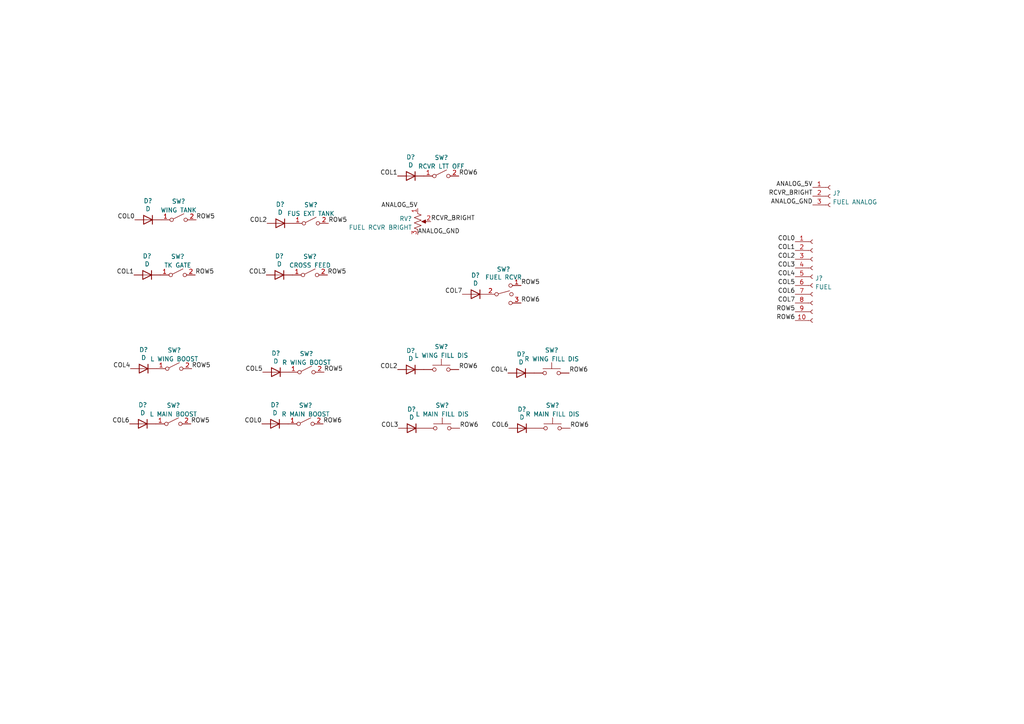
<source format=kicad_sch>
(kicad_sch (version 20211123) (generator eeschema)
  (paper "A4")
  (lib_symbols
    (symbol "Connector:Conn_01x03_Female" (pin_names (offset 1.016) hide)
      (property "Reference" "J" (at 0 5.08 0))
      (property "Value" "Conn_01x03_Female" (at 0 -5.08 0))
      (symbol "Conn_01x03_Female_1_1"
        (arc (start 0 -2.032) (mid -0.508 -2.54) (end 0 -3.048) (stroke (width 0.1524)))
        (polyline (pts (xy -1.27 -2.54) (xy -0.508 -2.54)) (stroke (width 0.1524)))
        (polyline (pts (xy -1.27 0) (xy -0.508 0)) (stroke (width 0.1524)))
        (polyline (pts (xy -1.27 2.54) (xy -0.508 2.54)) (stroke (width 0.1524)))
        (arc (start 0 0.508) (mid -0.508 0) (end 0 -0.508) (stroke (width 0.1524)))
        (arc (start 0 3.048) (mid -0.508 2.54) (end 0 2.032) (stroke (width 0.1524)))
        (pin passive line (at -5.08 2.54 0) (length 3.81) (name "Pin_1") (number "1"))
        (pin passive line (at -5.08 0 0) (length 3.81) (name "Pin_2") (number "2"))
        (pin passive line (at -5.08 -2.54 0) (length 3.81) (name "Pin_3") (number "3"))
      )
    )
    (symbol "Connector:Conn_01x10_Female" (pin_names (offset 1.016) hide)
      (property "Reference" "J" (at 0 12.7 0))
      (property "Value" "Conn_01x10_Female" (at 0 -15.24 0))
      (symbol "Conn_01x10_Female_1_1"
        (arc (start 0 -12.192) (mid -0.508 -12.7) (end 0 -13.208) (stroke (width 0.1524)))
        (arc (start 0 -9.652) (mid -0.508 -10.16) (end 0 -10.668) (stroke (width 0.1524)))
        (arc (start 0 -7.112) (mid -0.508 -7.62) (end 0 -8.128) (stroke (width 0.1524)))
        (arc (start 0 -4.572) (mid -0.508 -5.08) (end 0 -5.588) (stroke (width 0.1524)))
        (arc (start 0 -2.032) (mid -0.508 -2.54) (end 0 -3.048) (stroke (width 0.1524)))
        (polyline (pts (xy -1.27 -12.7) (xy -0.508 -12.7)) (stroke (width 0.1524)))
        (polyline (pts (xy -1.27 -10.16) (xy -0.508 -10.16)) (stroke (width 0.1524)))
        (polyline (pts (xy -1.27 -7.62) (xy -0.508 -7.62)) (stroke (width 0.1524)))
        (polyline (pts (xy -1.27 -5.08) (xy -0.508 -5.08)) (stroke (width 0.1524)))
        (polyline (pts (xy -1.27 -2.54) (xy -0.508 -2.54)) (stroke (width 0.1524)))
        (polyline (pts (xy -1.27 0) (xy -0.508 0)) (stroke (width 0.1524)))
        (polyline (pts (xy -1.27 2.54) (xy -0.508 2.54)) (stroke (width 0.1524)))
        (polyline (pts (xy -1.27 5.08) (xy -0.508 5.08)) (stroke (width 0.1524)))
        (polyline (pts (xy -1.27 7.62) (xy -0.508 7.62)) (stroke (width 0.1524)))
        (polyline (pts (xy -1.27 10.16) (xy -0.508 10.16)) (stroke (width 0.1524)))
        (arc (start 0 0.508) (mid -0.508 0) (end 0 -0.508) (stroke (width 0.1524)))
        (arc (start 0 3.048) (mid -0.508 2.54) (end 0 2.032) (stroke (width 0.1524)))
        (arc (start 0 5.588) (mid -0.508 5.08) (end 0 4.572) (stroke (width 0.1524)))
        (arc (start 0 8.128) (mid -0.508 7.62) (end 0 7.112) (stroke (width 0.1524)))
        (arc (start 0 10.668) (mid -0.508 10.16) (end 0 9.652) (stroke (width 0.1524)))
        (pin passive line (at -5.08 10.16 0) (length 3.81) (name "Pin_1") (number "1"))
        (pin passive line (at -5.08 -12.7 0) (length 3.81) (name "Pin_10") (number "10"))
        (pin passive line (at -5.08 7.62 0) (length 3.81) (name "Pin_2") (number "2"))
        (pin passive line (at -5.08 5.08 0) (length 3.81) (name "Pin_3") (number "3"))
        (pin passive line (at -5.08 2.54 0) (length 3.81) (name "Pin_4") (number "4"))
        (pin passive line (at -5.08 0 0) (length 3.81) (name "Pin_5") (number "5"))
        (pin passive line (at -5.08 -2.54 0) (length 3.81) (name "Pin_6") (number "6"))
        (pin passive line (at -5.08 -5.08 0) (length 3.81) (name "Pin_7") (number "7"))
        (pin passive line (at -5.08 -7.62 0) (length 3.81) (name "Pin_8") (number "8"))
        (pin passive line (at -5.08 -10.16 0) (length 3.81) (name "Pin_9") (number "9"))
      )
    )
    (symbol "Device:D" (pin_numbers hide) (pin_names (offset 1.016) hide)
      (property "Reference" "D" (at 0 2.54 0))
      (property "Value" "D" (at 0 -2.54 0))
      (symbol "D_0_1"
        (polyline (pts (xy -1.27 1.27) (xy -1.27 -1.27)) (stroke (width 0.254)))
        (polyline (pts (xy 1.27 0) (xy -1.27 0)))
        (polyline (pts (xy 1.27 1.27) (xy 1.27 -1.27) (xy -1.27 0) (xy 1.27 1.27)) (stroke (width 0.254)))
      )
      (symbol "D_1_1"
        (pin passive line (at -3.81 0 0) (length 2.54) (name "K") (number "1"))
        (pin passive line (at 3.81 0 180) (length 2.54) (name "A") (number "2"))
      )
    )
    (symbol "Device:R_Potentiometer_US" (pin_names (offset 1.016) hide)
      (property "Reference" "RV" (at -4.445 0 90))
      (property "Value" "R_Potentiometer_US" (at -2.54 0 90))
      (symbol "R_Potentiometer_US_0_1"
        (polyline (pts (xy 0 -2.286) (xy 0 -2.54)))
        (polyline (pts (xy 0 2.54) (xy 0 2.286)))
        (polyline (pts (xy 2.54 0) (xy 1.524 0)))
        (polyline (pts (xy 1.143 0) (xy 2.286 0.508) (xy 2.286 -0.508) (xy 1.143 0)) (fill (type outline)))
        (polyline (pts (xy 0 -0.762) (xy 1.016 -1.143) (xy 0 -1.524) (xy -1.016 -1.905) (xy 0 -2.286)))
        (polyline (pts (xy 0 0.762) (xy 1.016 0.381) (xy 0 0) (xy -1.016 -0.381) (xy 0 -0.762)))
        (polyline (pts (xy 0 2.286) (xy 1.016 1.905) (xy 0 1.524) (xy -1.016 1.143) (xy 0 0.762)))
      )
      (symbol "R_Potentiometer_US_1_1"
        (pin passive line (at 0 3.81 270) (length 1.27) (name "1") (number "1"))
        (pin passive line (at 3.81 0 180) (length 1.27) (name "2") (number "2"))
        (pin passive line (at 0 -3.81 90) (length 1.27) (name "3") (number "3"))
      )
    )
    (symbol "Switch:SW_Push" (pin_numbers hide) (pin_names (offset 1.016) hide)
      (property "Reference" "SW" (at 1.27 2.54 0))
      (property "Value" "SW_Push" (at 0 -1.524 0))
      (symbol "SW_Push_0_1"
        (circle (center -2.032 0) (radius 0.508))
        (polyline (pts (xy 0 1.27) (xy 0 3.048)))
        (polyline (pts (xy 2.54 1.27) (xy -2.54 1.27)))
        (circle (center 2.032 0) (radius 0.508))
        (pin passive line (at -5.08 0 0) (length 2.54) (name "1") (number "1"))
        (pin passive line (at 5.08 0 180) (length 2.54) (name "2") (number "2"))
      )
    )
    (symbol "Switch:SW_SPDT_MSM" (pin_names (offset 0) hide)
      (property "Reference" "SW" (at 0 5.08 0))
      (property "Value" "SW_SPDT_MSM" (at 0 -5.08 0))
      (symbol "SW_SPDT_MSM_0_0"
        (circle (center -2.032 0) (radius 0.508))
        (polyline (pts (xy -1.524 0.127) (xy 1.778 1.016)))
        (circle (center 2.032 -2.54) (radius 0.508))
      )
      (symbol "SW_SPDT_MSM_0_1"
        (circle (center 2.032 2.54) (radius 0.508))
        (circle (center 2.286 0) (radius 0.508))
      )
      (symbol "SW_SPDT_MSM_1_1"
        (pin passive line (at 5.08 2.54 180) (length 2.54) (name "1") (number "1"))
        (pin passive line (at -5.08 0 0) (length 2.54) (name "2") (number "2"))
        (pin passive line (at 5.08 -2.54 180) (length 2.54) (name "3") (number "3"))
      )
    )
    (symbol "Switch:SW_SPST" (pin_names (offset 0) hide)
      (property "Reference" "SW" (at 0 3.175 0))
      (property "Value" "SW_SPST" (at 0 -2.54 0))
      (symbol "SW_SPST_0_0"
        (circle (center -2.032 0) (radius 0.508))
        (polyline (pts (xy -1.524 0.254) (xy 1.524 1.778)))
        (circle (center 2.032 0) (radius 0.508))
      )
      (symbol "SW_SPST_1_1"
        (pin passive line (at -5.08 0 0) (length 2.54) (name "A") (number "1"))
        (pin passive line (at 5.08 0 180) (length 2.54) (name "B") (number "2"))
      )
    )
  )
  (wire (pts (xy 141.732 85.344) (xy 140.97 85.344)))
  (label "COL6" (at 230.632 85.344 180))
  (label "COL0" (at 39.116 63.754 180))
  (label "COL2" (at 115.316 107.188 180))
  (label "ANALOG_5V" (at 121.158 60.452 180))
  (label "COL3" (at 115.57 124.206 180))
  (label "RCVR_BRIGHT" (at 124.968 64.262 0))
  (label "COL7" (at 134.112 85.344 180))
  (label "ROW5" (at 151.13 82.804 0))
  (label "ANALOG_GND" (at 121.158 68.072 0))
  (label "ROW5" (at 93.98 107.95 0))
  (label "ROW5" (at 94.996 79.756 0))
  (label "COL1" (at 38.862 79.756 180))
  (label "ROW6" (at 93.726 122.936 0))
  (label "ROW5" (at 55.372 122.936 0))
  (label "RCVR_BRIGHT" (at 235.712 56.896 180))
  (label "COL1" (at 230.632 72.644 180))
  (label "ANALOG_5V" (at 235.712 54.356 180))
  (label "ROW5" (at 56.896 63.754 0))
  (label "ROW5" (at 95.25 64.77 0))
  (label "ROW5" (at 56.642 79.756 0))
  (label "COL2" (at 77.47 64.77 180))
  (label "COL1" (at 115.316 51.054 180))
  (label "ROW6" (at 165.1 108.204 0))
  (label "COL7" (at 230.632 87.884 180))
  (label "COL2" (at 230.632 75.184 180))
  (label "COL5" (at 230.632 82.804 180))
  (label "COL0" (at 230.632 70.104 180))
  (label "COL0" (at 75.946 122.936 180))
  (label "COL3" (at 230.632 77.724 180))
  (label "ROW6" (at 165.354 124.206 0))
  (label "COL5" (at 76.2 107.95 180))
  (label "COL3" (at 77.216 79.756 180))
  (label "COL6" (at 37.592 122.936 180))
  (label "COL6" (at 147.574 124.206 180))
  (label "ROW6" (at 133.35 124.206 0))
  (label "ANALOG_GND" (at 235.712 59.436 180))
  (label "ROW6" (at 133.096 107.188 0))
  (label "ROW6" (at 133.096 51.054 0))
  (label "ROW5" (at 55.626 106.934 0))
  (label "ROW6" (at 230.632 92.964 180))
  (label "ROW6" (at 151.13 87.884 0))
  (label "COL4" (at 230.632 80.264 180))
  (label "COL4" (at 147.32 108.204 180))
  (label "ROW5" (at 230.632 90.424 180))
  (label "COL4" (at 37.846 106.934 180))
  (symbol (lib_id "Switch:SW_SPST") (at 88.646 122.936 0) (unit 1)
    (property "Reference" "SW?" (at 88.646 117.5852 0))
    (property "Value" "R MAIN BOOST" (at 88.646 120.1221 0))
  )
  (symbol (lib_id "Switch:SW_SPST") (at 128.016 51.054 0) (unit 1)
    (property "Reference" "SW?" (at 128.016 45.7032 0))
    (property "Value" "RCVR LTT OFF" (at 128.016 48.2401 0))
  )
  (symbol (lib_id "Device:D") (at 41.402 122.936 0) (mirror y) (unit 1)
    (property "Reference" "D?" (at 41.402 117.4496 0))
    (property "Value" "D" (at 41.402 119.761 0))
    (property "Footprint" "PT_Library_v001:D_Signal_P7.62mm_Horizontal" (effects hide))
  )
  (symbol (lib_id "Switch:SW_Push") (at 128.27 124.206 0) (unit 1)
    (property "Reference" "SW?" (at 128.27 117.5852 0))
    (property "Value" "L MAIN FILL DIS" (at 128.27 120.1221 0))
  )
  (symbol (lib_id "Switch:SW_Push") (at 160.02 108.204 0) (unit 1)
    (property "Reference" "SW?" (at 160.02 101.5832 0))
    (property "Value" "R WING FILL DIS" (at 160.02 104.1201 0))
  )
  (symbol (lib_id "Switch:SW_Push") (at 160.274 124.206 0) (unit 1)
    (property "Reference" "SW?" (at 160.274 117.5852 0))
    (property "Value" "R MAIN FILL DIS" (at 160.274 120.1221 0))
  )
  (symbol (lib_id "Switch:SW_SPST") (at 50.292 122.936 0) (unit 1)
    (property "Reference" "SW?" (at 50.292 117.5852 0))
    (property "Value" "L MAIN BOOST" (at 50.292 120.1221 0))
  )
  (symbol (lib_id "Device:D") (at 119.126 107.188 0) (mirror y) (unit 1)
    (property "Reference" "D?" (at 119.126 101.7016 0))
    (property "Value" "D" (at 119.126 104.013 0))
    (property "Footprint" "PT_Library_v001:D_Signal_P7.62mm_Horizontal" (effects hide))
  )
  (symbol (lib_id "Device:R_Potentiometer_US") (at 121.158 64.262 0) (unit 1)
    (property "Reference" "RV?" (at 119.5071 63.4273 0) (effects (justify right)))
    (property "Value" "FUEL RCVR BRIGHT" (at 119.5071 65.9642 0) (effects (justify right)))
  )
  (symbol (lib_id "Device:D") (at 41.656 106.934 0) (mirror y) (unit 1)
    (property "Reference" "D?" (at 41.656 101.4476 0))
    (property "Value" "D" (at 41.656 103.759 0))
    (property "Footprint" "PT_Library_v001:D_Signal_P7.62mm_Horizontal" (effects hide))
  )
  (symbol (lib_id "Switch:SW_SPST") (at 89.916 79.756 0) (unit 1)
    (property "Reference" "SW?" (at 89.916 74.4052 0))
    (property "Value" "CROSS FEED" (at 89.916 76.9421 0))
  )
  (symbol (lib_id "Switch:SW_SPST") (at 88.9 107.95 0) (unit 1)
    (property "Reference" "SW?" (at 88.9 102.5992 0))
    (property "Value" "R WING BOOST" (at 88.9 105.1361 0))
  )
  (symbol (lib_id "Switch:SW_SPST") (at 51.562 79.756 0) (unit 1)
    (property "Reference" "SW?" (at 51.562 74.4052 0))
    (property "Value" "TK GATE" (at 51.562 76.9421 0))
  )
  (symbol (lib_id "Connector:Conn_01x10_Female") (at 235.712 80.264 0) (unit 1)
    (property "Reference" "J?" (at 236.4232 80.6993 0) (effects (justify left)))
    (property "Value" "FUEL" (at 236.4232 83.2362 0) (effects (justify left)))
  )
  (symbol (lib_id "Device:D") (at 81.026 79.756 0) (mirror y) (unit 1)
    (property "Reference" "D?" (at 81.026 74.2696 0))
    (property "Value" "D" (at 81.026 76.581 0))
    (property "Footprint" "PT_Library_v001:D_Signal_P7.62mm_Horizontal" (effects hide))
  )
  (symbol (lib_id "Switch:SW_SPST") (at 50.546 106.934 0) (unit 1)
    (property "Reference" "SW?" (at 50.546 101.5832 0))
    (property "Value" "L WING BOOST" (at 50.546 104.1201 0))
  )
  (symbol (lib_id "Device:D") (at 42.672 79.756 0) (mirror y) (unit 1)
    (property "Reference" "D?" (at 42.672 74.2696 0))
    (property "Value" "D" (at 42.672 76.581 0))
    (property "Footprint" "PT_Library_v001:D_Signal_P7.62mm_Horizontal" (effects hide))
  )
  (symbol (lib_id "Device:D") (at 119.126 51.054 0) (mirror y) (unit 1)
    (property "Reference" "D?" (at 119.126 45.5676 0))
    (property "Value" "D" (at 119.126 47.879 0))
    (property "Footprint" "PT_Library_v001:D_Signal_P7.62mm_Horizontal" (effects hide))
  )
  (symbol (lib_id "Device:D") (at 151.13 108.204 0) (mirror y) (unit 1)
    (property "Reference" "D?" (at 151.13 102.7176 0))
    (property "Value" "D" (at 151.13 105.029 0))
    (property "Footprint" "PT_Library_v001:D_Signal_P7.62mm_Horizontal" (effects hide))
  )
  (symbol (lib_id "Switch:SW_SPST") (at 51.816 63.754 0) (unit 1)
    (property "Reference" "SW?" (at 51.816 58.4032 0))
    (property "Value" "WING TANK" (at 51.816 60.9401 0))
  )
  (symbol (lib_id "Device:D") (at 119.38 124.206 0) (mirror y) (unit 1)
    (property "Reference" "D?" (at 119.38 118.7196 0))
    (property "Value" "D" (at 119.38 121.031 0))
    (property "Footprint" "PT_Library_v001:D_Signal_P7.62mm_Horizontal" (effects hide))
  )
  (symbol (lib_id "Device:D") (at 80.01 107.95 0) (mirror y) (unit 1)
    (property "Reference" "D?" (at 80.01 102.4636 0))
    (property "Value" "D" (at 80.01 104.775 0))
    (property "Footprint" "PT_Library_v001:D_Signal_P7.62mm_Horizontal" (effects hide))
  )
  (symbol (lib_id "Connector:Conn_01x03_Female") (at 240.792 56.896 0) (unit 1)
    (property "Reference" "J?" (at 241.5032 56.0613 0) (effects (justify left)))
    (property "Value" "FUEL ANALOG" (at 241.5032 58.5982 0) (effects (justify left)))
  )
  (symbol (lib_id "Device:D") (at 151.384 124.206 0) (mirror y) (unit 1)
    (property "Reference" "D?" (at 151.384 118.7196 0))
    (property "Value" "D" (at 151.384 121.031 0))
    (property "Footprint" "PT_Library_v001:D_Signal_P7.62mm_Horizontal" (effects hide))
  )
  (symbol (lib_id "Device:D") (at 81.28 64.77 0) (mirror y) (unit 1)
    (property "Reference" "D?" (at 81.28 59.2836 0))
    (property "Value" "D" (at 81.28 61.595 0))
    (property "Footprint" "PT_Library_v001:D_Signal_P7.62mm_Horizontal" (effects hide))
  )
  (symbol (lib_id "Device:D") (at 42.926 63.754 0) (mirror y) (unit 1)
    (property "Reference" "D?" (at 42.926 58.2676 0))
    (property "Value" "D" (at 42.926 60.579 0))
    (property "Footprint" "PT_Library_v001:D_Signal_P7.62mm_Horizontal" (effects hide))
  )
  (symbol (lib_id "Device:D") (at 137.922 85.344 0) (mirror y) (unit 1)
    (property "Reference" "D?" (at 137.922 79.8576 0))
    (property "Value" "D" (at 137.922 82.169 0))
    (property "Footprint" "PT_Library_v001:D_Signal_P7.62mm_Horizontal" (effects hide))
  )
  (symbol (lib_id "Switch:SW_SPDT_MSM") (at 146.05 85.344 0) (unit 1)
    (property "Reference" "SW?" (at 146.05 78.105 0))
    (property "Value" "FUEL RCVR" (at 146.05 80.4164 0))
    (property "Footprint" "PT_Library_v001:Molex_1x03_P2.54mm_Vertical" (effects hide))
  )
  (symbol (lib_id "Device:D") (at 79.756 122.936 0) (mirror y) (unit 1)
    (property "Reference" "D?" (at 79.756 117.4496 0))
    (property "Value" "D" (at 79.756 119.761 0))
    (property "Footprint" "PT_Library_v001:D_Signal_P7.62mm_Horizontal" (effects hide))
  )
  (symbol (lib_id "Switch:SW_Push") (at 128.016 107.188 0) (unit 1)
    (property "Reference" "SW?" (at 128.016 100.5672 0))
    (property "Value" "L WING FILL DIS" (at 128.016 103.1041 0))
  )
  (symbol (lib_id "Switch:SW_SPST") (at 90.17 64.77 0) (unit 1)
    (property "Reference" "SW?" (at 90.17 59.4192 0))
    (property "Value" "FUS EXT TANK" (at 90.17 61.9561 0))
  )
)
</source>
